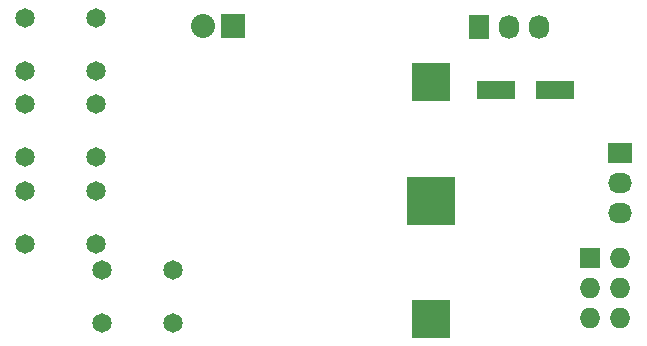
<source format=gbr>
G04 #@! TF.FileFunction,Soldermask,Top*
%FSLAX46Y46*%
G04 Gerber Fmt 4.6, Leading zero omitted, Abs format (unit mm)*
G04 Created by KiCad (PCBNEW (2015-03-10 BZR 5502)-product) date Monday, March 16, 2015 'PMt' 10:50:53 PM*
%MOMM*%
G01*
G04 APERTURE LIST*
%ADD10C,0.100000*%
%ADD11R,3.200000X1.600000*%
%ADD12C,1.651000*%
%ADD13R,3.175000X3.175000*%
%ADD14R,4.064000X4.064000*%
%ADD15R,1.727200X1.727200*%
%ADD16O,1.727200X1.727200*%
%ADD17R,2.032000X2.032000*%
%ADD18O,2.032000X2.032000*%
%ADD19R,2.032000X1.727200*%
%ADD20O,2.032000X1.727200*%
%ADD21R,1.727200X2.032000*%
%ADD22O,1.727200X2.032000*%
G04 APERTURE END LIST*
D10*
D11*
X141645000Y-107950000D03*
X146645000Y-107950000D03*
D12*
X101775000Y-120995000D03*
X107775000Y-120995000D03*
X101775000Y-116495000D03*
X107775000Y-116495000D03*
X101775000Y-113680000D03*
X107775000Y-113680000D03*
X101775000Y-109180000D03*
X107775000Y-109180000D03*
X101775000Y-106390000D03*
X107775000Y-106390000D03*
X101775000Y-101890000D03*
X107775000Y-101890000D03*
X114252000Y-123226000D03*
X108252000Y-123226000D03*
X114252000Y-127726000D03*
X108252000Y-127726000D03*
D13*
X136144000Y-107327700D03*
D14*
X136144000Y-117348000D03*
D13*
X136144000Y-127368300D03*
D15*
X149606000Y-122174000D03*
D16*
X152146000Y-122174000D03*
X149606000Y-124714000D03*
X152146000Y-124714000D03*
X149606000Y-127254000D03*
X152146000Y-127254000D03*
D17*
X119380000Y-102540000D03*
D18*
X116840000Y-102540000D03*
D19*
X152146000Y-113284000D03*
D20*
X152146000Y-115824000D03*
X152146000Y-118364000D03*
D21*
X140208000Y-102616000D03*
D22*
X142748000Y-102616000D03*
X145288000Y-102616000D03*
M02*

</source>
